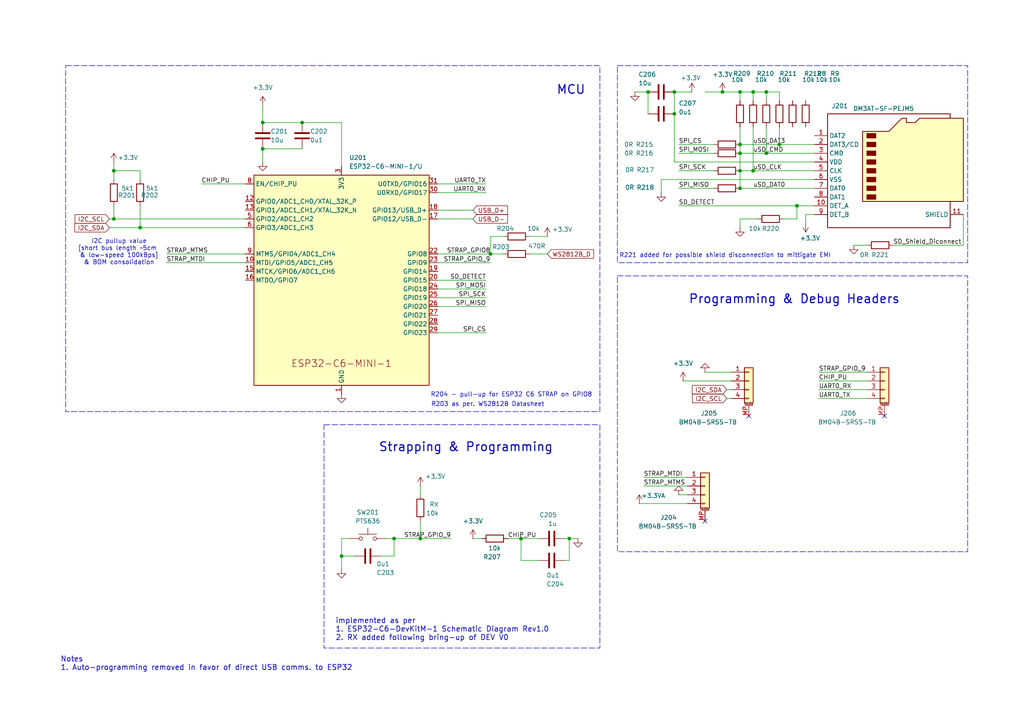
<source format=kicad_sch>
(kicad_sch (version 20231120) (generator "eeschema") (generator_version "8.0")
  (paper "A4")
  (title_block (title "BASM POCKETMUSEUM EDU V0") (date "2025-06-30"))
  (lib_symbols
    (symbol "Connector:Micro_SD_Card_Det2"
      (property "Reference" "J" (at -16.51 17.78 0))
      (property "Value" "Micro_SD_Card_Det2" (at 16.51 17.78 0))
      (symbol "Micro_SD_Card_Det2_0_1"
        (rectangle (start -7.62 -6.985) (end -5.08 -8.255) (stroke (width 0.254)) (fill (type outline)))
        (rectangle (start -7.62 -4.445) (end -5.08 -5.715) (stroke (width 0.254)) (fill (type outline)))
        (rectangle (start -7.62 -1.905) (end -5.08 -3.175) (stroke (width 0.254)) (fill (type outline)))
        (rectangle (start -7.62 0.635) (end -5.08 -0.635) (stroke (width 0.254)) (fill (type outline)))
        (rectangle (start -7.62 3.175) (end -5.08 1.905) (stroke (width 0.254)) (fill (type outline)))
        (rectangle (start -7.62 5.715) (end -5.08 4.445) (stroke (width 0.254)) (fill (type outline)))
        (rectangle (start -7.62 8.255) (end -5.08 6.985) (stroke (width 0.254)) (fill (type outline)))
        (rectangle (start -7.62 10.795) (end -5.08 9.525) (stroke (width 0.254)) (fill (type outline)))
        (polyline (pts (xy 16.51 15.24) (xy 16.51 16.51) (xy -19.05 16.51) (xy -19.05 -16.51) (xy 16.51 -16.51) (xy 16.51 -8.89)) (stroke (width 0.254)))
        (polyline (pts (xy -8.89 -8.89) (xy -8.89 11.43) (xy -1.27 11.43) (xy 2.54 15.24) (xy 3.81 15.24) (xy 3.81 13.97) (xy 6.35 13.97) (xy 7.62 15.24) (xy 20.32 15.24) (xy 20.32 -8.89) (xy -8.89 -8.89)) (stroke (width 0.254)) (fill (type background)))
      )
      (symbol "Micro_SD_Card_Det2_1_1"
        (pin bidirectional line (at -22.86 10.16 0) (length 3.81) (name "DAT2") (number "1"))
        (pin passive line (at -22.86 -10.16 0) (length 3.81) (name "DET_A") (number "10"))
        (pin passive line (at 20.32 -12.7 180) (length 3.81) (name "SHIELD") (number "11"))
        (pin bidirectional line (at -22.86 7.62 0) (length 3.81) (name "DAT3/CD") (number "2"))
        (pin input line (at -22.86 5.08 0) (length 3.81) (name "CMD") (number "3"))
        (pin power_in line (at -22.86 2.54 0) (length 3.81) (name "VDD") (number "4"))
        (pin input line (at -22.86 0 0) (length 3.81) (name "CLK") (number "5"))
        (pin power_in line (at -22.86 -2.54 0) (length 3.81) (name "VSS") (number "6"))
        (pin bidirectional line (at -22.86 -5.08 0) (length 3.81) (name "DAT0") (number "7"))
        (pin bidirectional line (at -22.86 -7.62 0) (length 3.81) (name "DAT1") (number "8"))
        (pin passive line (at -22.86 -12.7 0) (length 3.81) (name "DET_B") (number "9"))
      )
    )
    (symbol "Connector_Generic_MountingPin:Conn_01x04_MountingPin" (pin_names (offset 1.016) hide)
      (property "Reference" "J" (at 0 5.08 0))
      (property "Value" "Conn_01x04_MountingPin" (at 1.27 -7.62 0))
      (symbol "Conn_01x04_MountingPin_1_1"
        (rectangle (start -1.27 -4.953) (end 0 -5.207) (stroke (width 0.1524)))
        (rectangle (start -1.27 -2.413) (end 0 -2.667) (stroke (width 0.1524)))
        (rectangle (start -1.27 0.127) (end 0 -0.127) (stroke (width 0.1524)))
        (rectangle (start -1.27 2.667) (end 0 2.413) (stroke (width 0.1524)))
        (rectangle (start -1.27 3.81) (end 1.27 -6.35) (stroke (width 0.254)) (fill (type background)))
        (polyline (pts (xy -1.016 -7.112) (xy 1.016 -7.112)) (stroke (width 0.1524)))
        (text "Mounting" (at 0 -6.731 0) (effects (font (size 0.381 0.381))))
        (pin passive line (at -5.08 2.54 0) (length 3.81) (name "Pin_1") (number "1"))
        (pin passive line (at -5.08 0 0) (length 3.81) (name "Pin_2") (number "2"))
        (pin passive line (at -5.08 -2.54 0) (length 3.81) (name "Pin_3") (number "3"))
        (pin passive line (at -5.08 -5.08 0) (length 3.81) (name "Pin_4") (number "4"))
        (pin passive line (at 0 -10.16 90) (length 3.048) (name "MountPin") (number "MP"))
      )
    )
    (symbol "Device:C" (pin_numbers hide) (pin_names (offset 0.254))
      (property "Reference" "C" (at 0.635 2.54 0))
      (property "Value" "C" (at 0.635 -2.54 0))
      (symbol "C_0_1"
        (polyline (pts (xy -2.032 -0.762) (xy 2.032 -0.762)) (stroke (width 0.508)))
        (polyline (pts (xy -2.032 0.762) (xy 2.032 0.762)) (stroke (width 0.508)))
      )
      (symbol "C_1_1"
        (pin passive line (at 0 3.81 270) (length 2.794) (name "~") (number "1"))
        (pin passive line (at 0 -3.81 90) (length 2.794) (name "~") (number "2"))
      )
    )
    (symbol "Device:R" (pin_numbers hide) (pin_names (offset 0))
      (property "Reference" "R" (at 2.032 0 90))
      (property "Value" "R" (at 0 0 90))
      (symbol "R_0_1"
        (rectangle (start -1.016 -2.54) (end 1.016 2.54) (stroke (width 0.254)))
      )
      (symbol "R_1_1"
        (pin passive line (at 0 3.81 270) (length 1.27) (name "~") (number "1"))
        (pin passive line (at 0 -3.81 90) (length 1.27) (name "~") (number "2"))
      )
    )
    (symbol "PCM_Espressif:ESP32-C6-MINI-1/U"
      (property "Reference" "U" (at -25.4 35.56 0))
      (property "Value" "ESP32-C6-MINI-1/U" (at -25.4 33.02 0))
      (symbol "ESP32-C6-MINI-1/U_0_0"
        (text "ESP32-C6-MINI-1" (at 0 -24.13 0) (effects (font (size 2 2))))
      )
      (symbol "ESP32-C6-MINI-1/U_0_1"
        (rectangle (start -25.4 30.48) (end 25.4 -30.48) (stroke (width 0.254)) (fill (type background)))
      )
      (symbol "ESP32-C6-MINI-1/U_1_1"
        (pin power_in line (at 0 -33.02 90) (length 2.54) (name "GND") (number "1"))
        (pin bidirectional line (at -27.94 5.08 0) (length 2.54) (name "MTDI/GPIO5/ADC1_CH5") (number "10"))
        (pin passive line (at 0 -33.02 90) (length 2.54) hide (name "GND") (number "11"))
        (pin bidirectional line (at -27.94 22.86 0) (length 2.54) (name "GPIO0/ADC1_CH0/XTAL_32K_P") (number "12"))
        (pin bidirectional line (at -27.94 20.32 0) (length 2.54) (name "GPIO1/ADC1_CH1/XTAL_32K_N") (number "13"))
        (pin passive line (at 0 -33.02 90) (length 2.54) hide (name "GND") (number "14"))
        (pin bidirectional line (at -27.94 2.54 0) (length 2.54) (name "MTCK/GPIO6/ADC1_CH6") (number "15"))
        (pin bidirectional line (at -27.94 0 0) (length 2.54) (name "MTDO/GPIO7") (number "16"))
        (pin bidirectional line (at 27.94 17.78 180) (length 2.54) (name "GPIO12/USB_D-") (number "17"))
        (pin bidirectional line (at 27.94 20.32 180) (length 2.54) (name "GPIO13/USB_D+") (number "18"))
        (pin bidirectional line (at 27.94 2.54 180) (length 2.54) (name "GPIO14") (number "19"))
        (pin passive line (at 0 -33.02 90) (length 2.54) hide (name "GND") (number "2"))
        (pin bidirectional line (at 27.94 0 180) (length 2.54) (name "GPIO15") (number "20"))
        (pin no_connect line (at -25.4 -10.16 0) (length 2.54) hide (name "NC") (number "21"))
        (pin bidirectional line (at 27.94 7.62 180) (length 2.54) (name "GPIO8") (number "22"))
        (pin bidirectional line (at 27.94 5.08 180) (length 2.54) (name "GPIO9") (number "23"))
        (pin bidirectional line (at 27.94 -2.54 180) (length 2.54) (name "GPIO18") (number "24"))
        (pin bidirectional line (at 27.94 -5.08 180) (length 2.54) (name "GPIO19") (number "25"))
        (pin bidirectional line (at 27.94 -7.62 180) (length 2.54) (name "GPIO20") (number "26"))
        (pin bidirectional line (at 27.94 -10.16 180) (length 2.54) (name "GPIO21") (number "27"))
        (pin bidirectional line (at 27.94 -12.7 180) (length 2.54) (name "GPIO22") (number "28"))
        (pin bidirectional line (at 27.94 -15.24 180) (length 2.54) (name "GPIO23") (number "29"))
        (pin power_in line (at 0 33.02 270) (length 2.54) (name "3V3") (number "3"))
        (pin bidirectional line (at 27.94 25.4 180) (length 2.54) (name "U0RXD/GPIO17") (number "30"))
        (pin bidirectional line (at 27.94 27.94 180) (length 2.54) (name "U0TXD/GPIO16") (number "31"))
        (pin no_connect line (at -25.4 -12.7 0) (length 2.54) hide (name "NC") (number "32"))
        (pin no_connect line (at -25.4 -15.24 0) (length 2.54) hide (name "NC") (number "33"))
        (pin no_connect line (at -25.4 -17.78 0) (length 2.54) hide (name "NC") (number "34"))
        (pin no_connect line (at -25.4 -20.32 0) (length 2.54) hide (name "NC") (number "35"))
        (pin passive line (at 0 -33.02 90) (length 2.54) hide (name "GND") (number "36"))
        (pin passive line (at 0 -33.02 90) (length 2.54) hide (name "GND") (number "37"))
        (pin passive line (at 0 -33.02 90) (length 2.54) hide (name "GND") (number "38"))
        (pin passive line (at 0 -33.02 90) (length 2.54) hide (name "GND") (number "39"))
        (pin no_connect line (at -25.4 -5.08 0) (length 2.54) hide (name "NC") (number "4"))
        (pin passive line (at 0 -33.02 90) (length 2.54) hide (name "GND") (number "40"))
        (pin passive line (at 0 -33.02 90) (length 2.54) hide (name "GND") (number "41"))
        (pin passive line (at 0 -33.02 90) (length 2.54) hide (name "GND") (number "42"))
        (pin passive line (at 0 -33.02 90) (length 2.54) hide (name "GND") (number "43"))
        (pin passive line (at 0 -33.02 90) (length 2.54) hide (name "GND") (number "44"))
        (pin passive line (at 0 -33.02 90) (length 2.54) hide (name "GND") (number "45"))
        (pin passive line (at 0 -33.02 90) (length 2.54) hide (name "GND") (number "46"))
        (pin passive line (at 0 -33.02 90) (length 2.54) hide (name "GND") (number "47"))
        (pin passive line (at 0 -33.02 90) (length 2.54) hide (name "GND") (number "48"))
        (pin passive line (at 0 -33.02 90) (length 2.54) hide (name "GND") (number "49"))
        (pin bidirectional line (at -27.94 17.78 0) (length 2.54) (name "GPIO2/ADC1_CH2") (number "5"))
        (pin passive line (at 0 -33.02 90) (length 2.54) hide (name "GND") (number "50"))
        (pin passive line (at 0 -33.02 90) (length 2.54) hide (name "GND") (number "51"))
        (pin passive line (at 0 -33.02 90) (length 2.54) hide (name "GND") (number "52"))
        (pin passive line (at 0 -33.02 90) (length 2.54) hide (name "GND") (number "53"))
        (pin bidirectional line (at -27.94 15.24 0) (length 2.54) (name "GPIO3/ADC1_CH3") (number "6"))
        (pin no_connect line (at -25.4 -7.62 0) (length 2.54) hide (name "NC") (number "7"))
        (pin input line (at -27.94 27.94 0) (length 2.54) (name "EN/CHIP_PU") (number "8"))
        (pin bidirectional line (at -27.94 7.62 0) (length 2.54) (name "MTMS/GPIO4/ADC1_CH4") (number "9"))
      )
    )
    (symbol "Switch:SW_Push" (pin_numbers hide) (pin_names (offset 1.016) hide)
      (property "Reference" "SW" (at 1.27 2.54 0))
      (property "Value" "SW_Push" (at 0 -1.524 0))
      (symbol "SW_Push_0_1"
        (circle (center -2.032 0) (radius 0.508))
        (polyline (pts (xy 0 1.27) (xy 0 3.048)))
        (polyline (pts (xy 2.54 1.27) (xy -2.54 1.27)))
        (circle (center 2.032 0) (radius 0.508))
        (pin passive line (at -5.08 0 0) (length 2.54) (name "1") (number "1"))
        (pin passive line (at 5.08 0 180) (length 2.54) (name "2") (number "2"))
      )
    )
    (symbol "power:+3.3V" (power) (pin_numbers hide) (pin_names (offset 0) hide)
      (property "Value" "+3.3V" (at 0 3.556 0))
      (symbol "+3.3V_0_1"
        (polyline (pts (xy -0.762 1.27) (xy 0 2.54)))
        (polyline (pts (xy 0 0) (xy 0 2.54)))
        (polyline (pts (xy 0 2.54) (xy 0.762 1.27)))
      )
      (symbol "+3.3V_1_1"
        (pin power_in line (at 0 0 90) (length 0) (name "~") (number "1"))
      )
    )
    (symbol "power:+3.3VA" (power) (pin_numbers hide) (pin_names (offset 0) hide)
      (property "Value" "+3.3VA" (at 0 3.556 0))
      (symbol "+3.3VA_0_1"
        (polyline (pts (xy -0.762 1.27) (xy 0 2.54)))
        (polyline (pts (xy 0 0) (xy 0 2.54)))
        (polyline (pts (xy 0 2.54) (xy 0.762 1.27)))
      )
      (symbol "+3.3VA_1_1"
        (pin power_in line (at 0 0 90) (length 0) (name "~") (number "1"))
      )
    )
    (symbol "power:GND" (power) (pin_numbers hide) (pin_names (offset 0) hide)
      (property "Value" "GND" (at 0 -3.81 0))
      (symbol "GND_0_1"
        (polyline (pts (xy 0 0) (xy 0 -1.27) (xy 1.27 -1.27) (xy 0 -2.54) (xy -1.27 -1.27) (xy 0 -1.27)))
      )
      (symbol "GND_1_1"
        (pin power_in line (at 0 0 270) (length 0) (name "~") (number "1"))
      )
    )
  )
  (junction (at 214.63 26.67))
  (junction (at 121.92 156.21))
  (junction (at 231.14 59.69))
  (junction (at 33.02 63.5))
  (junction (at 214.63 49.53))
  (junction (at 76.2 43.18))
  (junction (at 214.63 41.91))
  (junction (at 195.58 26.67))
  (junction (at 218.44 26.67))
  (junction (at 76.2 35.56))
  (junction (at 209.55 26.67))
  (junction (at 222.25 26.67))
  (junction (at 218.44 49.53))
  (junction (at 165.1 156.21))
  (junction (at 142.24 73.66))
  (junction (at 222.25 44.45))
  (junction (at 114.3 156.21))
  (junction (at 226.06 41.91))
  (junction (at 214.63 54.61))
  (junction (at 99.06 161.29))
  (junction (at 195.58 33.02))
  (junction (at 151.13 156.21))
  (junction (at 187.96 26.67))
  (junction (at 214.63 44.45))
  (junction (at 33.02 49.53))
  (junction (at 40.64 66.04))
  (junction (at 87.63 35.56))
  (no_connect (at 256.54 120.65))
  (no_connect (at 204.47 151.13))
  (no_connect (at 217.17 120.65))
  (wire (pts (xy 167.64 156.21) (xy 165.1 156.21)))
  (wire (pts (xy 33.02 63.5) (xy 71.12 63.5)))
  (wire (pts (xy 163.83 162.56) (xy 165.1 162.56)))
  (wire (pts (xy 158.75 73.66) (xy 153.67 73.66)))
  (wire (pts (xy 214.63 41.91) (xy 214.63 44.45)))
  (wire (pts (xy 31.75 63.5) (xy 33.02 63.5)))
  (wire (pts (xy 233.68 62.23) (xy 236.22 62.23)))
  (wire (pts (xy 196.85 143.51) (xy 199.39 143.51)))
  (wire (pts (xy 191.77 55.88) (xy 191.77 52.07)))
  (wire (pts (xy 210.82 115.57) (xy 212.09 115.57)))
  (wire (pts (xy 259.08 71.12) (xy 279.4 71.12)))
  (wire (pts (xy 247.65 71.12) (xy 251.46 71.12)))
  (wire (pts (xy 121.92 140.97) (xy 121.92 143.51)))
  (wire (pts (xy 185.42 146.05) (xy 199.39 146.05)))
  (wire (pts (xy 48.26 73.66) (xy 71.12 73.66)))
  (wire (pts (xy 127 60.96) (xy 137.16 60.96)))
  (wire (pts (xy 151.13 156.21) (xy 156.21 156.21)))
  (wire (pts (xy 127 73.66) (xy 142.24 73.66)))
  (wire (pts (xy 33.02 59.69) (xy 33.02 63.5)))
  (wire (pts (xy 127 53.34) (xy 140.97 53.34)))
  (wire (pts (xy 210.82 113.03) (xy 212.09 113.03)))
  (wire (pts (xy 218.44 29.21) (xy 218.44 26.67)))
  (wire (pts (xy 76.2 43.18) (xy 87.63 43.18)))
  (wire (pts (xy 214.63 49.53) (xy 214.63 54.61)))
  (wire (pts (xy 142.24 68.58) (xy 142.24 73.66)))
  (wire (pts (xy 226.06 41.91) (xy 236.22 41.91)))
  (wire (pts (xy 127 63.5) (xy 137.16 63.5)))
  (wire (pts (xy 214.63 54.61) (xy 236.22 54.61)))
  (wire (pts (xy 99.06 35.56) (xy 87.63 35.56)))
  (wire (pts (xy 121.92 156.21) (xy 130.81 156.21)))
  (wire (pts (xy 40.64 59.69) (xy 40.64 66.04)))
  (wire (pts (xy 99.06 48.26) (xy 99.06 35.56)))
  (wire (pts (xy 227.33 63.5) (xy 231.14 63.5)))
  (wire (pts (xy 58.42 53.34) (xy 71.12 53.34)))
  (wire (pts (xy 127 55.88) (xy 140.97 55.88)))
  (wire (pts (xy 151.13 162.56) (xy 151.13 156.21)))
  (wire (pts (xy 214.63 44.45) (xy 214.63 49.53)))
  (wire (pts (xy 231.14 63.5) (xy 231.14 59.69)))
  (wire (pts (xy 231.14 59.69) (xy 236.22 59.69)))
  (wire (pts (xy 156.21 162.56) (xy 151.13 162.56)))
  (wire (pts (xy 40.64 66.04) (xy 71.12 66.04)))
  (wire (pts (xy 214.63 44.45) (xy 222.25 44.45)))
  (wire (pts (xy 196.85 41.91) (xy 207.01 41.91)))
  (wire (pts (xy 226.06 36.83) (xy 226.06 41.91)))
  (wire (pts (xy 127 76.2) (xy 142.24 76.2)))
  (wire (pts (xy 222.25 26.67) (xy 218.44 26.67)))
  (wire (pts (xy 127 86.36) (xy 140.97 86.36)))
  (wire (pts (xy 222.25 36.83) (xy 222.25 44.45)))
  (wire (pts (xy 196.85 44.45) (xy 207.01 44.45)))
  (wire (pts (xy 195.58 26.67) (xy 195.58 33.02)))
  (wire (pts (xy 48.26 76.2) (xy 71.12 76.2)))
  (wire (pts (xy 214.63 36.83) (xy 214.63 41.91)))
  (wire (pts (xy 110.49 161.29) (xy 114.3 161.29)))
  (wire (pts (xy 33.02 49.53) (xy 40.64 49.53)))
  (wire (pts (xy 214.63 63.5) (xy 219.71 63.5)))
  (wire (pts (xy 214.63 49.53) (xy 218.44 49.53)))
  (wire (pts (xy 237.49 110.49) (xy 251.46 110.49)))
  (wire (pts (xy 187.96 26.67) (xy 187.96 33.02)))
  (wire (pts (xy 209.55 26.67) (xy 214.63 26.67)))
  (wire (pts (xy 195.58 46.99) (xy 236.22 46.99)))
  (wire (pts (xy 146.05 68.58) (xy 142.24 68.58)))
  (wire (pts (xy 99.06 156.21) (xy 101.6 156.21)))
  (wire (pts (xy 76.2 43.18) (xy 76.2 46.99)))
  (wire (pts (xy 121.92 151.13) (xy 121.92 156.21)))
  (wire (pts (xy 147.32 156.21) (xy 151.13 156.21)))
  (wire (pts (xy 127 88.9) (xy 140.97 88.9)))
  (wire (pts (xy 237.49 115.57) (xy 251.46 115.57)))
  (wire (pts (xy 33.02 52.07) (xy 33.02 49.53)))
  (wire (pts (xy 114.3 156.21) (xy 121.92 156.21)))
  (wire (pts (xy 99.06 161.29) (xy 99.06 156.21)))
  (wire (pts (xy 114.3 156.21) (xy 111.76 156.21)))
  (wire (pts (xy 187.96 26.67) (xy 184.15 26.67)))
  (wire (pts (xy 218.44 26.67) (xy 214.63 26.67)))
  (wire (pts (xy 204.47 26.67) (xy 209.55 26.67)))
  (wire (pts (xy 196.85 49.53) (xy 207.01 49.53)))
  (wire (pts (xy 237.49 113.03) (xy 251.46 113.03)))
  (wire (pts (xy 218.44 49.53) (xy 236.22 49.53)))
  (wire (pts (xy 279.4 71.12) (xy 279.4 62.23)))
  (wire (pts (xy 222.25 29.21) (xy 222.25 26.67)))
  (wire (pts (xy 127 81.28) (xy 140.97 81.28)))
  (wire (pts (xy 226.06 26.67) (xy 222.25 26.67)))
  (wire (pts (xy 204.47 107.95) (xy 212.09 107.95)))
  (wire (pts (xy 114.3 161.29) (xy 114.3 156.21)))
  (wire (pts (xy 222.25 44.45) (xy 236.22 44.45)))
  (wire (pts (xy 40.64 52.07) (xy 40.64 49.53)))
  (wire (pts (xy 214.63 41.91) (xy 226.06 41.91)))
  (wire (pts (xy 76.2 35.56) (xy 87.63 35.56)))
  (wire (pts (xy 195.58 46.99) (xy 195.58 33.02)))
  (wire (pts (xy 186.69 140.97) (xy 199.39 140.97)))
  (wire (pts (xy 99.06 161.29) (xy 102.87 161.29)))
  (wire (pts (xy 127 83.82) (xy 140.97 83.82)))
  (wire (pts (xy 137.16 156.21) (xy 139.7 156.21)))
  (wire (pts (xy 196.85 59.69) (xy 231.14 59.69)))
  (wire (pts (xy 99.06 161.29) (xy 99.06 165.1)))
  (wire (pts (xy 214.63 66.04) (xy 214.63 63.5)))
  (wire (pts (xy 226.06 29.21) (xy 226.06 26.67)))
  (wire (pts (xy 186.69 138.43) (xy 199.39 138.43)))
  (wire (pts (xy 200.66 26.67) (xy 195.58 26.67)))
  (wire (pts (xy 196.85 54.61) (xy 207.01 54.61)))
  (wire (pts (xy 237.49 107.95) (xy 251.46 107.95)))
  (wire (pts (xy 198.12 110.49) (xy 212.09 110.49)))
  (wire (pts (xy 127 96.52) (xy 140.97 96.52)))
  (wire (pts (xy 165.1 162.56) (xy 165.1 156.21)))
  (wire (pts (xy 165.1 156.21) (xy 163.83 156.21)))
  (wire (pts (xy 31.75 66.04) (xy 40.64 66.04)))
  (wire (pts (xy 233.68 64.77) (xy 233.68 62.23)))
  (wire (pts (xy 153.67 68.58) (xy 158.75 68.58)))
  (wire (pts (xy 142.24 73.66) (xy 146.05 73.66)))
  (wire (pts (xy 191.77 52.07) (xy 236.22 52.07)))
  (wire (pts (xy 218.44 36.83) (xy 218.44 49.53)))
  (wire (pts (xy 76.2 30.48) (xy 76.2 35.56)))
  (wire (pts (xy 214.63 29.21) (xy 214.63 26.67)))
  (wire (pts (xy 33.02 46.99) (xy 33.02 49.53)))
  (rectangle (start 179.07 80.01) (end 280.67 160.02) (stroke (width 0) (type dash)))
  (rectangle (start 19.05 19.05) (end 173.99 119.38) (stroke (width 0) (type dash)))
  (rectangle (start 93.98 123.19) (end 173.99 187.96) (stroke (width 0) (type dash)))
  (rectangle (start 179.07 19.05) (end 280.67 76.2) (stroke (width 0) (type dash)))
  (text "R203 as per. WS2812B Datasheet\n" (at 141.478 117.348 0) (effects (font (size 1.27 1.27))))
  (text "Programming & Debug Headers\n" (at 230.378 86.868 0) (effects (font (size 2.54 2.54) (thickness 0.3175))))
  (text "R221 added for possible shield disconnection to mittigate EMI" (at 210.312 74.168 0) (effects (font (size 1.27 1.27))))
  (text "implemented as per \n1. ESP32-C6-DevKitM-1 Schematic Diagram Rev1.0\n2. RX added following bring-up of DEV V0" (at 97.282 182.626 0) (effects (font (size 1.524 1.524) (thickness 0.1905)) (justify left)))
  (text "Strapping & Programming" (at 135.128 129.794 0) (effects (font (size 2.54 2.54) (thickness 0.3175))))
  (text "R204 - pull-up for ESP32 C6 STRAP on GPIO8\n" (at 148.336 114.554 0) (effects (font (size 1.27 1.27))))
  (text "I2C pullup value\n[short bus length ~5cm \n& low-speed 100kBps]\n& BOM consolidation" (at 34.544 73.152 0) (effects (font (size 1.27 1.27))))
  (text "MCU" (at 165.608 26.162 0) (effects (font (size 2.54 2.54) (thickness 0.3175))))
  (text "Notes\n1. Auto-programming removed in favor of direct USB comms. to ESP32" (at 17.526 192.532 0) (effects (font (size 1.524 1.524) (thickness 0.1905)) (justify left)))
  (label "SPI_SCK" (at 196.85 49.53 0))
  (label "UART0_TX" (at 140.97 53.34 180))
  (label "CHIP_PU" (at 237.49 110.49 0))
  (label "SD_Shield_Diconnect" (at 259.08 71.12 0))
  (label "SD_DETECT" (at 196.85 59.69 0))
  (label "SPI_MISO" (at 196.85 54.61 0))
  (label "STRAP_MTMS" (at 186.69 140.97 0))
  (label "STRAP_GPIO_9" (at 142.24 76.2 180))
  (label "uSD_DAT0" (at 218.44 54.61 0))
  (label "uSD_CLK" (at 218.44 49.53 0))
  (label "SPI_MOSI" (at 196.85 44.45 0))
  (label "CHIP_PU" (at 147.32 156.21 0))
  (label "UART0_RX" (at 237.49 113.03 0))
  (label "SD_DETECT" (at 140.97 81.28 180))
  (label "STRAP_GPIO_9" (at 237.49 107.95 0))
  (label "SPI_CS" (at 140.97 96.52 180))
  (label "uSD_DAT3" (at 218.44 41.91 0))
  (label "CHIP_PU" (at 58.42 53.34 0))
  (label "SPI_MISO" (at 140.97 88.9 180))
  (label "SPI_SCK" (at 140.97 86.36 180))
  (label "uSD_CMD" (at 218.44 44.45 0))
  (label "STRAP_GPIO8" (at 142.24 73.66 180))
  (label "STRAP_GPIO_9" (at 130.81 156.21 180))
  (label "STRAP_MTDI" (at 186.69 138.43 0))
  (label "UART0_RX" (at 140.97 55.88 180))
  (label "SPI_CS" (at 196.85 41.91 0))
  (label "STRAP_MTDI" (at 48.26 76.2 0))
  (label "SPI_MOSI" (at 140.97 83.82 180))
  (label "STRAP_MTMS" (at 48.26 73.66 0))
  (label "UART0_TX" (at 237.49 115.57 0))
  (global_label "WS2812B_D" (shape input) (at 158.75 73.66 0) (property "Intersheetrefs" "${INTERSHEET_REFS}" (effects (hide yes))))
  (global_label "I2C_SCL" (shape input) (at 210.82 115.57 180) (property "Intersheetrefs" "${INTERSHEET_REFS}" (effects (hide yes))))
  (global_label "I2C_SCL" (shape input) (at 31.75 63.5 180) (property "Intersheetrefs" "${INTERSHEET_REFS}" (effects (hide yes))))
  (global_label "I2C_SDA" (shape input) (at 31.75 66.04 180) (property "Intersheetrefs" "${INTERSHEET_REFS}" (effects (hide yes))))
  (global_label "USB_D+" (shape input) (at 137.16 60.96 0) (property "Intersheetrefs" "${INTERSHEET_REFS}" (effects (hide yes))))
  (global_label "USB_D-" (shape input) (at 137.16 63.5 0) (property "Intersheetrefs" "${INTERSHEET_REFS}" (effects (hide yes))))
  (global_label "I2C_SDA" (shape input) (at 210.82 113.03 180) (property "Intersheetrefs" "${INTERSHEET_REFS}" (effects (hide yes))))
  (symbol (lib_id "power:+3.3V") (at 198.12 110.49 0) (unit 1)
    (property "Reference" "#PWR032" (effects (hide yes)))
    (property "Value" "+3.3V" (at 198.12 105.41 0))
    (property "Description" "Power symbol creates a global label with name \"+3.3V\"" (effects (hide yes)))
  )
  (symbol (lib_id "power:+3.3V") (at 200.66 26.67 0) (unit 1)
    (property "Reference" "#PWR027" (effects (hide yes)))
    (property "Value" "+3.3V" (at 197.358 22.606 0) (effects (justify left)))
    (property "Description" "Power symbol creates a global label with name \"+3.3V\"" (effects (hide yes)))
  )
  (symbol (lib_id "power:GND") (at 184.15 26.67 0) (unit 1)
    (property "Reference" "#PWR025" (effects (hide yes)))
    (property "Value" "GND" (effects (hide yes)))
    (property "Description" "Power symbol creates a global label with name \"GND\" , ground" (effects (hide yes)))
  )
  (symbol (lib_id "power:GND") (at 247.65 71.12 0) (unit 1)
    (property "Reference" "#PWR036" (effects (hide yes)))
    (property "Value" "GND" (effects (hide yes)))
    (property "Description" "Power symbol creates a global label with name \"GND\" , ground" (effects (hide yes)))
  )
  (symbol (lib_id "Connector_Generic_MountingPin:Conn_01x04_MountingPin") (at 204.47 140.97 0) (unit 1)
    (property "Reference" "J204" (at 191.516 150.114 0) (effects (justify left)))
    (property "Value" "BM04B-SRSS-TB" (at 185.166 152.654 0) (effects (justify left)))
    (property "Footprint" "Connector_JST:JST_SH_BM04B-SRSS-TB_1x04-1MP_P1.00mm_Vertical" (effects (hide yes)))
    (property "Description" "Generic connectable mounting pin connector, single row, 01x04, script generated (kicad-library-utils/schlib/autogen/connector/)" (effects (hide yes)))
    (property "JLCPCB Link" "https://jlcpcb.com/partdetail/Jst-BM04B_SRSS_TB_LF_SN/C160390" (effects (hide yes)))
    (property "Manufacturer" "JST" (effects (hide yes)))
    (property "Manufacturer P/N" "BM04B-SRSS-TB(LF)(SN)" (effects (hide yes)))
  )
  (symbol (lib_id "Device:C") (at 160.02 162.56 270) (unit 1)
    (property "Reference" "C204" (at 158.496 169.418 90) (effects (justify left)))
    (property "Value" "0u1" (at 158.496 166.878 90) (effects (justify left)))
    (property "Footprint" "Capacitor_SMD:C_0402_1005Metric" (effects (hide yes)))
    (property "Description" "Unpolarized capacitor" (effects (hide yes)))
    (property "JLCPCB Link" "https://jlcpcb.com/partdetail/1877-CL05B104KO5NNNC/C1525" (effects (hide yes)))
    (property "Manufacturer" "Samsung Electro-Mechanics " (effects (hide yes)))
    (property "Manufacturer P/N" "CL05B104KO5NNNC" (effects (hide yes)))
  )
  (symbol (lib_id "Device:C") (at 191.77 26.67 270) (unit 1)
    (property "Reference" "C206" (at 185.166 21.59 90) (effects (justify left)))
    (property "Value" "10u" (at 185.166 24.13 90) (effects (justify left)))
    (property "Footprint" "Capacitor_SMD:C_0603_1608Metric" (effects (hide yes)))
    (property "Description" "Unpolarized capacitor" (effects (hide yes)))
    (property "JLCPCB Link" "https://jlcpcb.com/partdetail/2043-CL10A106MQ8NNNC/C1691" (effects (hide yes)))
    (property "Manufacturer" "Samsung Electro-Mechanics " (effects (hide yes)))
    (property "Manufacturer P/N" "CL10A106MQ8NNNC" (effects (hide yes)))
  )
  (symbol (lib_id "power:GND") (at 167.64 156.21 0) (unit 1)
    (property "Reference" "#PWR024" (effects (hide yes)))
    (property "Value" "GND" (effects (hide yes)))
    (property "Description" "Power symbol creates a global label with name \"GND\" , ground" (effects (hide yes)))
  )
  (symbol (lib_id "Device:C") (at 191.77 33.02 270) (unit 1)
    (property "Reference" "C207" (at 196.85 29.972 90) (effects (justify left)))
    (property "Value" "0u1" (at 196.85 32.512 90) (effects (justify left)))
    (property "Footprint" "Capacitor_SMD:C_0402_1005Metric" (effects (hide yes)))
    (property "Description" "Unpolarized capacitor" (effects (hide yes)))
    (property "JLCPCB Link" "https://jlcpcb.com/partdetail/1877-CL05B104KO5NNNC/C1525" (effects (hide yes)))
    (property "Manufacturer" "Samsung Electro-Mechanics " (effects (hide yes)))
    (property "Manufacturer P/N" "CL05B104KO5NNNC" (effects (hide yes)))
  )
  (symbol (lib_id "Device:R") (at 233.68 33.02 180) (unit 1)
    (property "Reference" "R9" (at 240.792 21.336 0) (effects (justify right)))
    (property "Value" "10k" (at 240.284 23.114 0) (effects (justify right)))
    (property "Footprint" "Resistor_SMD:R_0402_1005Metric" (effects (hide yes)))
    (property "Description" "Resistor" (effects (hide yes)))
    (property "JLCPCB Link" "https://jlcpcb.com/partdetail/26487-0402WGF1002TCE/C25744" (effects (hide yes)))
    (property "Manufacturer" "UNI-ROYAL(Uniroyal Elec) " (effects (hide yes)))
    (property "Manufacturer P/N" "0402WGF1002TCE" (effects (hide yes)))
  )
  (symbol (lib_id "Device:R") (at 210.82 54.61 270) (unit 1)
    (property "Reference" "R218" (at 187.198 54.356 90))
    (property "Value" "0R" (at 182.626 54.356 90))
    (property "Footprint" "Resistor_SMD:R_0603_1608Metric" (effects (hide yes)))
    (property "Description" "Resistor" (effects (hide yes)))
    (property "JLCPCB Link" "https://jlcpcb.com/partdetail/16080-0603WAJ0000T5E/C15402" (effects (hide yes)))
    (property "Manufacturer" "UNI-ROYAL(Uniroyal Elec) " (effects (hide yes)))
    (property "Manufacturer P/N" "0603WAJ0000T5E" (effects (hide yes)))
  )
  (symbol (lib_id "power:+3.3V") (at 76.2 30.48 0) (unit 1)
    (property "Reference" "#PWR017" (effects (hide yes)))
    (property "Value" "+3.3V" (at 76.2 25.4 0))
    (property "Description" "Power symbol creates a global label with name \"+3.3V\"" (effects (hide yes)))
  )
  (symbol (lib_id "Device:C") (at 106.68 161.29 270) (unit 1)
    (property "Reference" "C203" (at 109.22 166.116 90) (effects (justify left)))
    (property "Value" "0u1" (at 109.22 163.576 90) (effects (justify left)))
    (property "Footprint" "Capacitor_SMD:C_0402_1005Metric" (effects (hide yes)))
    (property "Description" "Unpolarized capacitor" (effects (hide yes)))
    (property "JLCPCB Link" "https://jlcpcb.com/partdetail/1877-CL05B104KO5NNNC/C1525" (effects (hide yes)))
    (property "Manufacturer" "Samsung Electro-Mechanics " (effects (hide yes)))
    (property "Manufacturer P/N" "CL05B104KO5NNNC" (effects (hide yes)))
  )
  (symbol (lib_id "Device:R") (at 149.86 73.66 270) (unit 1)
    (property "Reference" "R203" (at 145.288 71.628 90))
    (property "Value" "470R" (at 155.702 71.374 90))
    (property "Footprint" "Resistor_SMD:R_0402_1005Metric" (effects (hide yes)))
    (property "Description" "Resistor" (effects (hide yes)))
    (property "JLCPCB Link" "https://jlcpcb.com/partdetail/25860-0402WGF4700TCE/C25117" (effects (hide yes)))
    (property "Manufacturer" "UNI-ROYAL(Uniroyal Elec) " (effects (hide yes)))
    (property "Manufacturer P/N" "0402WGF4700TCE" (effects (hide yes)))
  )
  (symbol (lib_id "power:+3.3V") (at 233.68 64.77 180) (unit 1)
    (property "Reference" "#PWR035" (effects (hide yes)))
    (property "Value" "+3.3V" (at 234.95 69.088 0))
    (property "Description" "Power symbol creates a global label with name \"+3.3V\"" (effects (hide yes)))
  )
  (symbol (lib_id "power:GND") (at 204.47 107.95 0) (mirror x) (unit 1)
    (property "Reference" "#PWR098" (effects (hide yes)))
    (property "Value" "GND" (effects (hide yes)))
    (property "Description" "Power symbol creates a global label with name \"GND\" , ground" (effects (hide yes)))
  )
  (symbol (lib_id "Device:R") (at 229.87 33.02 180) (unit 1)
    (property "Reference" "R8" (at 236.982 21.336 0) (effects (justify right)))
    (property "Value" "10k" (at 236.474 23.114 0) (effects (justify right)))
    (property "Footprint" "Resistor_SMD:R_0402_1005Metric" (effects (hide yes)))
    (property "Description" "Resistor" (effects (hide yes)))
    (property "JLCPCB Link" "https://jlcpcb.com/partdetail/26487-0402WGF1002TCE/C25744" (effects (hide yes)))
    (property "Manufacturer" "UNI-ROYAL(Uniroyal Elec) " (effects (hide yes)))
    (property "Manufacturer P/N" "0402WGF1002TCE" (effects (hide yes)))
  )
  (symbol (lib_id "Device:R") (at 33.02 55.88 0) (unit 1)
    (property "Reference" "R201" (at 39.37 56.642 0) (effects (justify right)))
    (property "Value" "5k1" (at 38.862 54.61 0) (effects (justify right)))
    (property "Footprint" "Resistor_SMD:R_0402_1005Metric" (effects (hide yes)))
    (property "Description" "Resistor" (effects (hide yes)))
    (property "JLCPCB Link" "https://jlcpcb.com/partdetail/26648-0402WGF5101TCE/C25905" (effects (hide yes)))
    (property "Manufacturer" "UNI-ROYAL(Uniroyal Elec) " (effects (hide yes)))
    (property "Manufacturer P/N" "0402WGF5101TCE" (effects (hide yes)))
  )
  (symbol (lib_id "Device:R") (at 214.63 33.02 180) (unit 1)
    (property "Reference" "R209" (at 212.598 21.336 0) (effects (justify right)))
    (property "Value" "10k" (at 212.09 23.114 0) (effects (justify right)))
    (property "Footprint" "Resistor_SMD:R_0402_1005Metric" (effects (hide yes)))
    (property "Description" "Resistor" (effects (hide yes)))
    (property "JLCPCB Link" "https://jlcpcb.com/partdetail/26487-0402WGF1002TCE/C25744" (effects (hide yes)))
    (property "Manufacturer" "UNI-ROYAL(Uniroyal Elec) " (effects (hide yes)))
    (property "Manufacturer P/N" "0402WGF1002TCE" (effects (hide yes)))
  )
  (symbol (lib_id "Device:R") (at 210.82 49.53 270) (unit 1)
    (property "Reference" "R217" (at 187.198 49.276 90))
    (property "Value" "0R" (at 182.626 49.276 90))
    (property "Footprint" "Resistor_SMD:R_0603_1608Metric" (effects (hide yes)))
    (property "Description" "Resistor" (effects (hide yes)))
    (property "JLCPCB Link" "https://jlcpcb.com/partdetail/16080-0603WAJ0000T5E/C15402" (effects (hide yes)))
    (property "Manufacturer" "UNI-ROYAL(Uniroyal Elec) " (effects (hide yes)))
    (property "Manufacturer P/N" "0603WAJ0000T5E" (effects (hide yes)))
  )
  (symbol (lib_id "Device:R") (at 121.92 147.32 0) (unit 1)
    (property "Reference" "RX" (at 127.254 146.304 0) (effects (justify right)))
    (property "Value" "10k" (at 127.254 148.844 0) (effects (justify right)))
    (property "Footprint" "Resistor_SMD:R_0402_1005Metric" (effects (hide yes)))
    (property "Description" "Resistor" (effects (hide yes)))
    (property "JLCPCB Link" "https://jlcpcb.com/partdetail/26487-0402WGF1002TCE/C25744" (effects (hide yes)))
    (property "Manufacturer" "UNI-ROYAL(Uniroyal Elec) " (effects (hide yes)))
    (property "Manufacturer P/N" "0402WGF1002TCE" (effects (hide yes)))
  )
  (symbol (lib_id "Device:R") (at 223.52 63.5 270) (unit 1)
    (property "Reference" "R220" (at 223.52 66.294 90))
    (property "Value" "10k" (at 218.948 66.294 90))
    (property "Footprint" "Resistor_SMD:R_0402_1005Metric" (effects (hide yes)))
    (property "Description" "Resistor" (effects (hide yes)))
    (property "JLCPCB Link" "https://jlcpcb.com/partdetail/26487-0402WGF1002TCE/C25744" (effects (hide yes)))
    (property "Manufacturer" "UNI-ROYAL(Uniroyal Elec) " (effects (hide yes)))
    (property "Manufacturer P/N" "0402WGF1002TCE" (effects (hide yes)))
  )
  (symbol (lib_id "power:GND") (at 99.06 165.1 0) (unit 1)
    (property "Reference" "#PWR020" (effects (hide yes)))
    (property "Value" "GND" (effects (hide yes)))
    (property "Description" "Power symbol creates a global label with name \"GND\" , ground" (effects (hide yes)))
  )
  (symbol (lib_id "Device:R") (at 40.64 55.88 0) (unit 1)
    (property "Reference" "R202" (at 45.974 56.642 0) (effects (justify right)))
    (property "Value" "5k1" (at 45.974 54.61 0) (effects (justify right)))
    (property "Footprint" "Resistor_SMD:R_0402_1005Metric" (effects (hide yes)))
    (property "Description" "Resistor" (effects (hide yes)))
    (property "JLCPCB Link" "https://jlcpcb.com/partdetail/26648-0402WGF5101TCE/C25905" (effects (hide yes)))
    (property "Manufacturer" "UNI-ROYAL(Uniroyal Elec) " (effects (hide yes)))
    (property "Manufacturer P/N" "0402WGF5101TCE" (effects (hide yes)))
  )
  (symbol (lib_id "power:GND") (at 214.63 66.04 0) (unit 1)
    (property "Reference" "#PWR031" (effects (hide yes)))
    (property "Value" "GND" (effects (hide yes)))
    (property "Description" "Power symbol creates a global label with name \"GND\" , ground" (effects (hide yes)))
  )
  (symbol (lib_id "Device:R") (at 210.82 44.45 270) (unit 1)
    (property "Reference" "R216" (at 186.944 44.45 90))
    (property "Value" "0R" (at 182.372 44.45 90))
    (property "Footprint" "Resistor_SMD:R_0603_1608Metric" (effects (hide yes)))
    (property "Description" "Resistor" (effects (hide yes)))
    (property "JLCPCB Link" "https://jlcpcb.com/partdetail/16080-0603WAJ0000T5E/C15402" (effects (hide yes)))
    (property "Manufacturer" "UNI-ROYAL(Uniroyal Elec) " (effects (hide yes)))
    (property "Manufacturer P/N" "0603WAJ0000T5E" (effects (hide yes)))
  )
  (symbol (lib_id "Connector_Generic_MountingPin:Conn_01x04_MountingPin") (at 256.54 110.49 0) (unit 1)
    (property "Reference" "J206" (at 243.586 119.888 0) (effects (justify left)))
    (property "Value" "BM04B-SRSS-TB" (at 237.236 122.428 0) (effects (justify left)))
    (property "Footprint" "Connector_JST:JST_SH_BM04B-SRSS-TB_1x04-1MP_P1.00mm_Vertical" (effects (hide yes)))
    (property "Description" "Generic connectable mounting pin connector, single row, 01x04, script generated (kicad-library-utils/schlib/autogen/connector/)" (effects (hide yes)))
    (property "JLCPCB Link" "https://jlcpcb.com/partdetail/Jst-BM04B_SRSS_TB_LF_SN/C160390" (effects (hide yes)))
    (property "Manufacturer" "JST" (effects (hide yes)))
    (property "Manufacturer P/N" "BM04B-SRSS-TB(LF)(SN)" (effects (hide yes)))
  )
  (symbol (lib_id "power:+3.3V") (at 209.55 26.67 0) (unit 1)
    (property "Reference" "#PWR029" (effects (hide yes)))
    (property "Value" "+3.3V" (at 209.55 21.59 0))
    (property "Description" "Power symbol creates a global label with name \"+3.3V\"" (effects (hide yes)))
  )
  (symbol (lib_id "Device:R") (at 226.06 33.02 180) (unit 1)
    (property "Reference" "R212" (at 233.172 21.336 0) (effects (justify right)))
    (property "Value" "10k" (at 232.664 23.114 0) (effects (justify right)))
    (property "Footprint" "Resistor_SMD:R_0402_1005Metric" (effects (hide yes)))
    (property "Description" "Resistor" (effects (hide yes)))
    (property "JLCPCB Link" "https://jlcpcb.com/partdetail/26487-0402WGF1002TCE/C25744" (effects (hide yes)))
    (property "Manufacturer" "UNI-ROYAL(Uniroyal Elec) " (effects (hide yes)))
    (property "Manufacturer P/N" "0402WGF1002TCE" (effects (hide yes)))
  )
  (symbol (lib_id "power:GND") (at 196.85 143.51 0) (mirror x) (unit 1)
    (property "Reference" "#PWR030" (effects (hide yes)))
    (property "Value" "GND" (effects (hide yes)))
    (property "Description" "Power symbol creates a global label with name \"GND\" , ground" (effects (hide yes)))
  )
  (symbol (lib_id "power:GND") (at 99.06 114.3 0) (unit 1)
    (property "Reference" "#PWR019" (effects (hide yes)))
    (property "Value" "GND" (effects (hide yes)))
    (property "Description" "Power symbol creates a global label with name \"GND\" , ground" (effects (hide yes)))
  )
  (symbol (lib_id "PCM_Espressif:ESP32-C6-MINI-1/U") (at 99.06 81.28 0) (unit 1)
    (property "Reference" "U201" (at 101.2541 45.72 0) (effects (justify left)))
    (property "Value" "ESP32-C6-MINI-1/U" (at 101.2541 48.26 0) (effects (justify left)))
    (property "Footprint" "PCM_Espressif:ESP32-C6-MINI-1" (effects (hide yes)))
    (property "Datasheet" "https://www.espressif.com/sites/default/files/documentation/esp32-c6-mini-1_datasheet_en.pdf" (effects (hide yes)))
    (property "Description" "ESP32-C6-MINI-1 is a module that supports 2.4 GHz Wi-Fi 6 (802.11 ax), Bluetooth® 5 (LE), Zigbee and Thread (802.15.4)" (effects (hide yes)))
    (property "JLCPCB Link" "https://jlcpcb.com/partdetail/ESPRESSIFINC-ESP32_C6_MINI_1N4/C5736265" (effects (hide yes)))
    (property "Manufacturer" "Espressif Systems " (effects (hide yes)))
    (property "Manufacturer P/N" "ESP32-C6-MINI-1-N4" (effects (hide yes)))
  )
  (symbol (lib_id "Device:R") (at 255.27 71.12 270) (unit 1)
    (property "Reference" "R221" (at 255.27 73.914 90))
    (property "Value" "0R" (at 250.698 73.914 90))
    (property "Footprint" "Resistor_SMD:R_0603_1608Metric" (effects (hide yes)))
    (property "Description" "Resistor" (effects (hide yes)))
    (property "JLCPCB Link" "https://jlcpcb.com/partdetail/16080-0603WAJ0000T5E/C15402" (effects (hide yes)))
    (property "Manufacturer" "UNI-ROYAL(Uniroyal Elec) " (effects (hide yes)))
    (property "Manufacturer P/N" "0603WAJ0000T5E" (effects (hide yes)))
  )
  (symbol (lib_id "power:+3.3V") (at 137.16 156.21 0) (unit 1)
    (property "Reference" "#PWR022" (effects (hide yes)))
    (property "Value" "+3.3V" (at 137.16 151.13 0))
    (property "Description" "Power symbol creates a global label with name \"+3.3V\"" (effects (hide yes)))
  )
  (symbol (lib_id "power:+3.3VA") (at 185.42 146.05 0) (unit 1)
    (property "Reference" "#PWR028" (effects (hide yes)))
    (property "Value" "+3.3VA" (at 189.484 143.764 0))
    (property "Description" "Power symbol creates a global label with name \"+3.3VA\"" (effects (hide yes)))
  )
  (symbol (lib_id "Device:R") (at 149.86 68.58 90) (unit 1)
    (property "Reference" "R204" (at 144.018 66.294 90) (effects (justify right)))
    (property "Value" "10k" (at 152.908 66.294 90) (effects (justify right)))
    (property "Footprint" "Resistor_SMD:R_0402_1005Metric" (effects (hide yes)))
    (property "Description" "Resistor" (effects (hide yes)))
    (property "JLCPCB Link" "https://jlcpcb.com/partdetail/26487-0402WGF1002TCE/C25744" (effects (hide yes)))
    (property "Manufacturer" "UNI-ROYAL(Uniroyal Elec) " (effects (hide yes)))
    (property "Manufacturer P/N" "0402WGF1002TCE" (effects (hide yes)))
  )
  (symbol (lib_id "Device:C") (at 160.02 156.21 90) (unit 1)
    (property "Reference" "C205" (at 161.544 149.352 90) (effects (justify left)))
    (property "Value" "1u" (at 161.544 151.892 90) (effects (justify left)))
    (property "Footprint" "Capacitor_SMD:C_0402_1005Metric" (effects (hide yes)))
    (property "Description" "Unpolarized capacitor" (effects (hide yes)))
    (property "JLCPCB Link" "https://jlcpcb.com/partdetail/15107-CL05A105KP5NNNC/C14445" (effects (hide yes)))
    (property "Manufacturer" "Samsung Electro-Mechanics " (effects (hide yes)))
    (property "Manufacturer P/N" "CL05A105KP5NNNC" (effects (hide yes)))
  )
  (symbol (lib_id "Connector_Generic_MountingPin:Conn_01x04_MountingPin") (at 217.17 110.49 0) (unit 1)
    (property "Reference" "J205" (at 203.2 119.888 0) (effects (justify left)))
    (property "Value" "BM04B-SRSS-TB" (at 196.85 122.428 0) (effects (justify left)))
    (property "Footprint" "Connector_JST:JST_SH_BM04B-SRSS-TB_1x04-1MP_P1.00mm_Vertical" (effects (hide yes)))
    (property "Description" "Generic connectable mounting pin connector, single row, 01x04, script generated (kicad-library-utils/schlib/autogen/connector/)" (effects (hide yes)))
    (property "JLCPCB Link" "https://jlcpcb.com/partdetail/Jst-BM04B_SRSS_TB_LF_SN/C160390" (effects (hide yes)))
    (property "Manufacturer" "JST" (effects (hide yes)))
    (property "Manufacturer P/N" "BM04B-SRSS-TB(LF)(SN)" (effects (hide yes)))
  )
  (symbol (lib_id "power:+3.3V") (at 158.75 68.58 0) (mirror y) (unit 1)
    (property "Reference" "#PWR023" (effects (hide yes)))
    (property "Value" "+3.3V" (at 163.068 66.548 0))
    (property "Description" "Power symbol creates a global label with name \"+3.3V\"" (effects (hide yes)))
  )
  (symbol (lib_id "Switch:SW_Push") (at 106.68 156.21 0) (unit 1)
    (property "Reference" "SW201" (at 106.68 148.59 0))
    (property "Value" "PTS636" (at 106.68 151.13 0))
    (property "Footprint" "Button_Switch_SMD:SW_Tactile_SPST_NO_Straight_CK_PTS636Sx25SMTRLFS" (effects (hide yes)))
    (property "Description" "Push button switch, generic, two pins" (effects (hide yes)))
    (property "JLCPCB Link" "https://jlcpcb.com/partdetail/ck-PTS636SK25SMTRLFS/C2689642" (effects (hide yes)))
    (property "Manufacturer" "C&K " (effects (hide yes)))
    (property "Manufacturer P/N" "PTS636SK25SMTRLFS" (effects (hide yes)))
  )
  (symbol (lib_id "Device:R") (at 222.25 33.02 180) (unit 1)
    (property "Reference" "R211" (at 226.06 21.336 0) (effects (justify right)))
    (property "Value" "10k" (at 225.552 23.114 0) (effects (justify right)))
    (property "Footprint" "Resistor_SMD:R_0402_1005Metric" (effects (hide yes)))
    (property "Description" "Resistor" (effects (hide yes)))
    (property "JLCPCB Link" "https://jlcpcb.com/partdetail/26487-0402WGF1002TCE/C25744" (effects (hide yes)))
    (property "Manufacturer" "UNI-ROYAL(Uniroyal Elec) " (effects (hide yes)))
    (property "Manufacturer P/N" "0402WGF1002TCE" (effects (hide yes)))
  )
  (symbol (lib_id "Device:R") (at 218.44 33.02 180) (unit 1)
    (property "Reference" "R210" (at 219.456 21.336 0) (effects (justify right)))
    (property "Value" "10k" (at 218.948 23.114 0) (effects (justify right)))
    (property "Footprint" "Resistor_SMD:R_0402_1005Metric" (effects (hide yes)))
    (property "Description" "Resistor" (effects (hide yes)))
    (property "JLCPCB Link" "https://jlcpcb.com/partdetail/26487-0402WGF1002TCE/C25744" (effects (hide yes)))
    (property "Manufacturer" "UNI-ROYAL(Uniroyal Elec) " (effects (hide yes)))
    (property "Manufacturer P/N" "0402WGF1002TCE" (effects (hide yes)))
  )
  (symbol (lib_id "Device:C") (at 87.63 39.37 0) (unit 1)
    (property "Reference" "C202" (at 89.916 38.1 0) (effects (justify left)))
    (property "Value" "0u1" (at 89.916 40.64 0) (effects (justify left)))
    (property "Footprint" "Capacitor_SMD:C_0402_1005Metric" (effects (hide yes)))
    (property "Description" "Unpolarized capacitor" (effects (hide yes)))
    (property "JLCPCB Link" "https://jlcpcb.com/partdetail/1877-CL05B104KO5NNNC/C1525" (effects (hide yes)))
    (property "Manufacturer" "Samsung Electro-Mechanics " (effects (hide yes)))
    (property "Manufacturer P/N" "CL05B104KO5NNNC" (effects (hide yes)))
  )
  (symbol (lib_id "power:+3.3V") (at 121.92 140.97 0) (unit 1)
    (property "Reference" "#PWR034" (effects (hide yes)))
    (property "Value" "+3.3V" (at 126.238 138.176 0))
    (property "Description" "Power symbol creates a global label with name \"+3.3V\"" (effects (hide yes)))
  )
  (symbol (lib_id "power:GND") (at 191.77 55.88 0) (unit 1)
    (property "Reference" "#PWR026" (effects (hide yes)))
    (property "Value" "GND" (effects (hide yes)))
    (property "Description" "Power symbol creates a global label with name \"GND\" , ground" (effects (hide yes)))
  )
  (symbol (lib_id "Device:R") (at 143.51 156.21 270) (unit 1)
    (property "Reference" "R207" (at 145.288 161.544 90) (effects (justify right)))
    (property "Value" "10k" (at 145.288 159.004 90) (effects (justify right)))
    (property "Footprint" "Resistor_SMD:R_0402_1005Metric" (effects (hide yes)))
    (property "Description" "Resistor" (effects (hide yes)))
    (property "JLCPCB Link" "https://jlcpcb.com/partdetail/26487-0402WGF1002TCE/C25744" (effects (hide yes)))
    (property "Manufacturer" "UNI-ROYAL(Uniroyal Elec) " (effects (hide yes)))
    (property "Manufacturer P/N" "0402WGF1002TCE" (effects (hide yes)))
  )
  (symbol (lib_id "Device:R") (at 210.82 41.91 270) (unit 1)
    (property "Reference" "R215" (at 186.944 41.91 90))
    (property "Value" "0R" (at 182.372 41.91 90))
    (property "Footprint" "Resistor_SMD:R_0603_1608Metric" (effects (hide yes)))
    (property "Description" "Resistor" (effects (hide yes)))
    (property "JLCPCB Link" "https://jlcpcb.com/partdetail/16080-0603WAJ0000T5E/C15402" (effects (hide yes)))
    (property "Manufacturer" "UNI-ROYAL(Uniroyal Elec) " (effects (hide yes)))
    (property "Manufacturer P/N" "0603WAJ0000T5E" (effects (hide yes)))
  )
  (symbol (lib_id "power:GND") (at 76.2 46.99 0) (unit 1)
    (property "Reference" "#PWR018" (effects (hide yes)))
    (property "Value" "GND" (effects (hide yes)))
    (property "Description" "Power symbol creates a global label with name \"GND\" , ground" (effects (hide yes)))
  )
  (symbol (lib_id "Device:C") (at 76.2 39.37 0) (unit 1)
    (property "Reference" "C201" (at 78.486 38.1 0) (effects (justify left)))
    (property "Value" "10u" (at 78.486 40.64 0) (effects (justify left)))
    (property "Footprint" "Capacitor_SMD:C_0603_1608Metric" (effects (hide yes)))
    (property "Description" "Unpolarized capacitor" (effects (hide yes)))
    (property "JLCPCB Link" "https://jlcpcb.com/partdetail/2043-CL10A106MQ8NNNC/C1691" (effects (hide yes)))
    (property "Manufacturer" "Samsung Electro-Mechanics " (effects (hide yes)))
    (property "Manufacturer P/N" "CL10A106MQ8NNNC" (effects (hide yes)))
  )
  (symbol (lib_id "power:+3.3V") (at 33.02 46.99 0) (mirror y) (unit 1)
    (property "Reference" "#PWR016" (effects (hide yes)))
    (property "Value" "+3.3V" (at 37.084 45.72 0))
    (property "Description" "Power symbol creates a global label with name \"+3.3V\"" (effects (hide yes)))
  )
  (symbol (lib_id "Connector:Micro_SD_Card_Det2") (at 259.08 49.53 0) (unit 1)
    (property "Reference" "J201" (at 243.586 30.734 0))
    (property "Value" "DM3AT-SF-PEJM5" (at 256.286 31.496 0))
    (property "Footprint" "Connector_Card:microSD_HC_Hirose_DM3AT-SF-PEJM5" (effects (hide yes)))
    (property "Datasheet" "https://www.hirose.com/en/product/document?clcode=&productname=&series=DM3&documenttype=Catalog&lang=en&documentid=D49662_en" (effects (hide yes)))
    (property "Description" "Micro SD Card Socket with two card detection pins" (effects (hide yes)))
    (property "JLCPCB Link" "https://jlcpcb.com/partdetail/hrs_hirose-DM3AT_SFPEJM5/C114218" (effects (hide yes)))
    (property "Manufacturer" "HRS(Hirose) " (effects (hide yes)))
    (property "Manufacturer P/N" "DM3AT-SF-PEJM5" (effects (hide yes)))
  )
)
</source>
